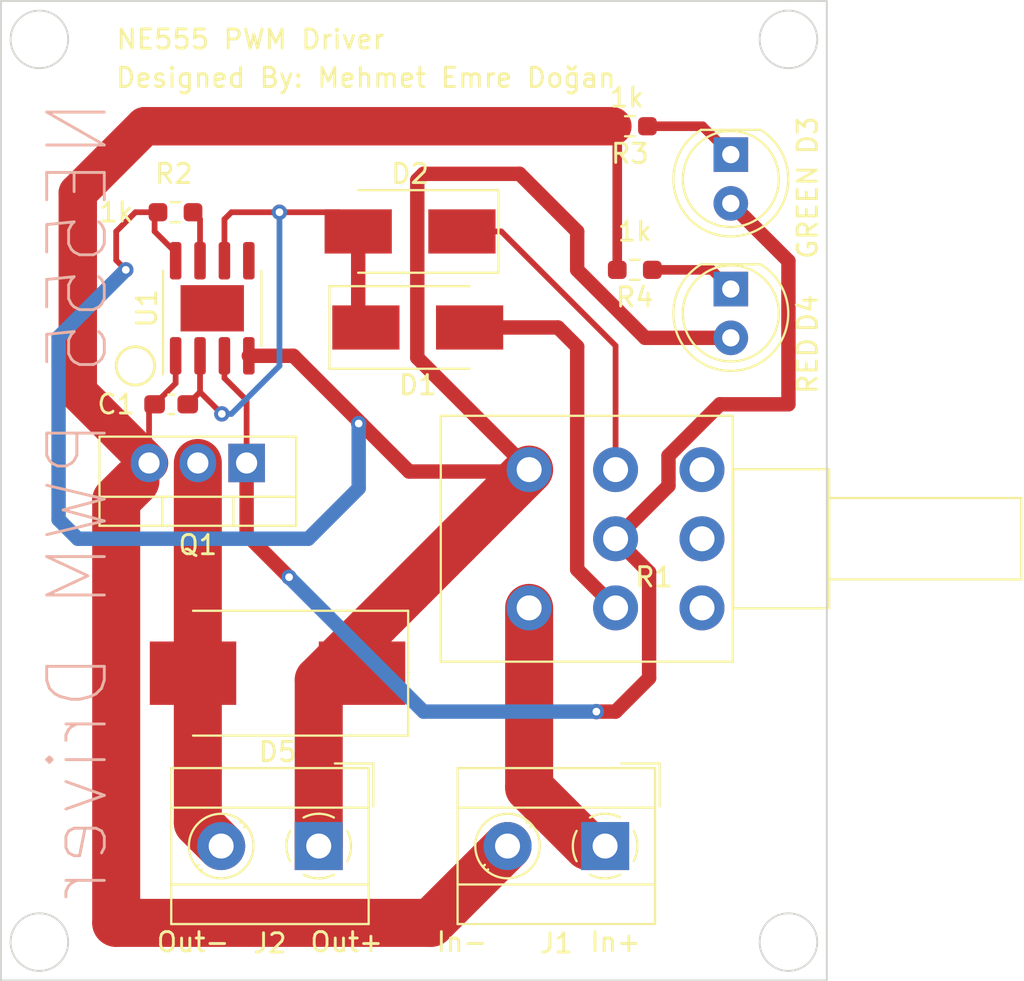
<source format=kicad_pcb>
(kicad_pcb (version 20211014) (generator pcbnew)
  (layers (0 "F.Cu" signal) (31 "B.Cu" signal) (34 "B.Paste" user) (35 "F.Paste" user) (36 "B.SilkS" user "B.Silkscreen") (37 "F.SilkS" user "F.Silkscreen") (38 "B.Mask" user) (39 "F.Mask" user) (44 "Edge.Cuts" user))
  (net 0 "")
  (net 1 "pin_2")
  (net 2 "GND")
  (net 3 "Net-(D1-Pad2)")
  (net 4 "Net-(D2-Pad1)")
  (net 5 "Net-(D3-Pad1)")
  (net 6 "OUT")
  (net 7 "Net-(D4-Pad1)")
  (net 8 "VCC")
  (net 9 "Net-(J1-Pad1)")
  (net 10 "Net-(D5-Pad2)")
  (net 11 "Net-(R2-Pad2)")
  (footprint "TerminalBlock_MetzConnect:TerminalBlock_MetzConnect_Type101_RT01602HBWC_1x02_P5.08mm_Horizontal" (layer "F.Cu") (at 187.455 120 180)
    (fp_text reference "J1" (at 2.54 -5.06) (layer "F.SilkS"))
    (fp_text value "Input")
    (fp_line (start -2.6 2) (end 7.68 2) (layer "F.SilkS") (width 0.12))
    (fp_line (start -2.6 -4.06) (end -2.6 4.06) (layer "F.SilkS") (width 0.12))
    (fp_line (start -2.6 -4.06) (end 7.68 -4.06) (layer "F.SilkS") (width 0.12))
    (fp_line (start 4.07 1.216) (end 4.011 1.274) (layer "F.SilkS") (width 0.12))
    (fp_line (start 7.68 -4.06) (end 7.68 4.06) (layer "F.SilkS") (width 0.12))
    (fp_line (start 6.15 -1.275) (end 6.091 -1.216) (layer "F.SilkS") (width 0.12))
    (fp_line (start -2.6 -2) (end 7.68 -2) (layer "F.SilkS") (width 0.12))
    (fp_line (start 3.9 0.976) (end 3.806 1.069) (layer "F.SilkS") (width 0.12))
    (fp_line (start -2.84 4.3) (end -0.84 4.3) (layer "F.SilkS") (width 0.12))
    (fp_line (start -2.6 4.06) (end 7.68 4.06) (layer "F.SilkS") (width 0.12))
    (fp_line (start 6.355 -1.069) (end 6.261 -0.976) (layer "F.SilkS") (width 0.12))
    (fp_line (start -2.84 2.06) (end -2.84 4.3) (layer "F.SilkS") (width 0.12))
    (fp_arc (start -1.483953 0.789089) (mid -1.680708 0.00005) (end -1.484 -0.789) (layer "F.SilkS") (width 0.12))
    (fp_arc (start 0.029383 1.68045) (mid -0.392304 1.634281) (end -0.789 1.484) (layer "F.SilkS") (width 0.12))
    (fp_arc (start 1.483953 -0.789089) (mid 1.680708 -0.00005) (end 1.484 0.789) (layer "F.SilkS") (width 0.12))
    (fp_arc (start -0.789089 -1.483953) (mid -0.00005 -1.680708) (end 0.789 -1.484) (layer "F.SilkS") (width 0.12))
    (fp_arc (start 0.788712 1.483352) (mid 0.406429 1.630097) (end 0 1.68) (layer "F.SilkS") (width 0.12))
    (fp_circle (center 5.08 0) (end 6.76 0) (layer "F.SilkS") (width 0.12) (fill none))
    (pad "1" thru_hole rect (at 0 0 180) (size 2.5 2.5) (drill 1.3) (layers *.Cu *.Mask) (net 9 "Net-(J1-Pad1)"))
    (pad "2" thru_hole circle (at 5.08 0 180) (size 2.5 2.5) (drill 1.3) (layers *.Cu *.Mask) (net 2 "GND"))
  )
  (footprint "LED_THT:LED_D5.0mm_Clear" (layer "F.Cu") (at 194 91 -90)
    (fp_text reference "D4" (at 1.27 -4 90) (layer "F.SilkS"))
    (fp_text value "RED")
    (fp_line (start -1.29 -1.545) (end -1.29 1.545) (layer "F.SilkS") (width 0.12))
    (fp_arc (start 4.26 -0.000462) (mid 2.072002 2.880433) (end -1.29 1.54483) (layer "F.SilkS") (width 0.12))
    (fp_arc (start -1.29 -1.54483) (mid 2.072002 -2.880433) (end 4.26 0.000462) (layer "F.SilkS") (width 0.12))
    (fp_circle (center 1.27 0) (end 3.77 0) (layer "F.SilkS") (width 0.12) (fill none))
    (pad "1" thru_hole rect (at 0 0 270) (size 1.8 1.8) (drill 0.9) (layers *.Cu *.Mask) (net 7 "Net-(D4-Pad1)"))
    (pad "2" thru_hole circle (at 2.54 0 270) (size 1.8 1.8) (drill 0.9) (layers *.Cu *.Mask) (net 8 "VCC"))
  )
  (footprint "Resistor_SMD:R_0603_1608Metric_Pad0.98x0.95mm_HandSolder" (layer "F.Cu") (at 165.0875 87)
    (fp_text reference "R2" (at -0.0875 -2) (layer "F.SilkS"))
    (fp_text value "1k")
    (fp_line (start -0.254724 0.5225) (end 0.254724 0.5225) (layer "F.SilkS") (width 0.12))
    (fp_line (start -0.254724 -0.5225) (end 0.254724 -0.5225) (layer "F.SilkS") (width 0.12))
    (pad "1" smd roundrect (at -0.9125 0) (size 0.975 0.95) (layers "F.Cu" "F.Paste" "F.Mask") (net 8 "VCC"))
    (pad "2" smd roundrect (at 0.9125 0) (size 0.975 0.95) (layers "F.Cu" "F.Paste" "F.Mask") (net 11 "Net-(R2-Pad2)"))
  )
  (footprint "Resistor_SMD:R_0603_1608Metric_Pad0.98x0.95mm_HandSolder" (layer "F.Cu") (at 189 90 180)
    (fp_text reference "R4" (at 0 -1.43 180) (layer "F.SilkS"))
    (fp_text value "1k")
    (fp_line (start -0.254724 -0.5225) (end 0.254724 -0.5225) (layer "F.SilkS") (width 0.12))
    (fp_line (start -0.254724 0.5225) (end 0.254724 0.5225) (layer "F.SilkS") (width 0.12))
    (pad "1" smd roundrect (at -0.9125 0 180) (size 0.975 0.95) (layers "F.Cu" "F.Paste" "F.Mask") (net 7 "Net-(D4-Pad1)"))
    (pad "2" smd roundrect (at 0.9125 0 180) (size 0.975 0.95) (layers "F.Cu" "F.Paste" "F.Mask") (net 2 "GND"))
  )
  (footprint "LED_THT:LED_D5.0mm_Clear" (layer "F.Cu") (at 194 84 -90)
    (fp_text reference "D3" (at -1 -4 90) (layer "F.SilkS"))
    (fp_text value "GREEN")
    (fp_line (start -1.29 -1.545) (end -1.29 1.545) (layer "F.SilkS") (width 0.12))
    (fp_arc (start 4.26 -0.000462) (mid 2.072002 2.880433) (end -1.29 1.54483) (layer "F.SilkS") (width 0.12))
    (fp_arc (start -1.29 -1.54483) (mid 2.072002 -2.880433) (end 4.26 0.000462) (layer "F.SilkS") (width 0.12))
    (fp_circle (center 1.27 0) (end 3.77 0) (layer "F.SilkS") (width 0.12) (fill none))
    (pad "1" thru_hole rect (at 0 0 270) (size 1.8 1.8) (drill 0.9) (layers *.Cu *.Mask) (net 5 "Net-(D3-Pad1)"))
    (pad "2" thru_hole circle (at 2.54 0 270) (size 1.8 1.8) (drill 0.9) (layers *.Cu *.Mask) (net 6 "OUT"))
  )
  (footprint "Diode_SMD:D_SMB_Handsoldering" (layer "F.Cu") (at 177.7 93)
    (fp_text reference "D1" (at 0 3) (layer "F.SilkS"))
    (fp_text value "1N4007")
    (fp_line (start -4.6 2.15) (end 2.7 2.15) (layer "F.SilkS") (width 0.12))
    (fp_line (start -4.6 -2.15) (end -4.6 2.15) (layer "F.SilkS") (width 0.12))
    (fp_line (start -4.6 -2.15) (end 2.7 -2.15) (layer "F.SilkS") (width 0.12))
    (pad "1" smd rect (at -2.7 0) (size 3.5 2.3) (layers "F.Cu" "F.Paste" "F.Mask") (net 1 "pin_2"))
    (pad "2" smd rect (at 2.7 0) (size 3.5 2.3) (layers "F.Cu" "F.Paste" "F.Mask") (net 3 "Net-(D1-Pad2)"))
  )
  (footprint "Package_SO:SOIC-8-1EP_3.9x4.9mm_P1.27mm_EP2.41x3.3mm" (layer "F.Cu") (at 167 92 90)
    (fp_text reference "U1" (at 0 -3.4 90) (layer "F.SilkS"))
    (fp_text value "NE555P")
    (fp_line (start 0 2.56) (end -1.95 2.56) (layer "F.SilkS") (width 0.12))
    (fp_line (start 0 -2.56) (end -3.45 -2.56) (layer "F.SilkS") (width 0.12))
    (fp_line (start 0 2.56) (end 1.95 2.56) (layer "F.SilkS") (width 0.12))
    (fp_line (start 0 -2.56) (end 1.95 -2.56) (layer "F.SilkS") (width 0.12))
    (pad "1" smd roundrect (at -2.475 -1.905 90) (size 1.95 0.6) (layers "F.Cu" "F.Paste" "F.Mask") (net 2 "GND"))
    (pad "2" smd roundrect (at -2.475 -0.635 90) (size 1.95 0.6) (layers "F.Cu" "F.Paste" "F.Mask") (net 1 "pin_2"))
    (pad "3" smd roundrect (at -2.475 0.635 90) (size 1.95 0.6) (layers "F.Cu" "F.Paste" "F.Mask") (net 6 "OUT"))
    (pad "4" smd roundrect (at -2.475 1.905 90) (size 1.95 0.6) (layers "F.Cu" "F.Paste" "F.Mask") (net 8 "VCC"))
    (pad "5" smd roundrect (at 2.475 1.905 90) (size 1.95 0.6) (layers "F.Cu" "F.Paste" "F.Mask"))
    (pad "6" smd roundrect (at 2.475 0.635 90) (size 1.95 0.6) (layers "F.Cu" "F.Paste" "F.Mask") (net 1 "pin_2"))
    (pad "7" smd roundrect (at 2.475 -0.635 90) (size 1.95 0.6) (layers "F.Cu" "F.Paste" "F.Mask") (net 11 "Net-(R2-Pad2)"))
    (pad "8" smd roundrect (at 2.475 -1.905 90) (size 1.95 0.6) (layers "F.Cu" "F.Paste" "F.Mask") (net 8 "VCC"))
    (pad "9" smd rect (at 0 0 90) (size 2.41 3.3) (layers "F.Cu" "F.Mask"))
  )
  (footprint "Package_TO_SOT_THT:TO-220-3_Vertical" (layer "F.Cu") (at 168.79 100.055 180)
    (fp_text reference "Q1" (at 2.54 -4.27) (layer "F.SilkS"))
    (fp_text value "IRFZ44N")
    (fp_line (start -2.58 -3.27) (end -2.58 1.371) (layer "F.SilkS") (width 0.12))
    (fp_line (start 4.391 -3.27) (end 4.391 -1.76) (layer "F.SilkS") (width 0.12))
    (fp_line (start -2.58 1.371) (end 7.66 1.371) (layer "F.SilkS") (width 0.12))
    (fp_line (start 7.66 -3.27) (end 7.66 1.371) (layer "F.SilkS") (width 0.12))
    (fp_line (start -2.58 -3.27) (end 7.66 -3.27) (layer "F.SilkS") (width 0.12))
    (fp_line (start -2.58 -1.76) (end 7.66 -1.76) (layer "F.SilkS") (width 0.12))
    (fp_line (start 0.69 -3.27) (end 0.69 -1.76) (layer "F.SilkS") (width 0.12))
    (pad "1" thru_hole rect (at 0 0 180) (size 1.905 2) (drill 1.1) (layers *.Cu *.Mask) (net 6 "OUT"))
    (pad "2" thru_hole oval (at 2.54 0 180) (size 1.905 2) (drill 1.1) (layers *.Cu *.Mask) (net 10 "Net-(D5-Pad2)"))
    (pad "3" thru_hole oval (at 5.08 0 180) (size 1.905 2) (drill 1.1) (layers *.Cu *.Mask) (net 2 "GND"))
  )
  (footprint "Diode_SMD:D_SMC_Handsoldering" (layer "F.Cu") (at 170.4 111 180)
    (fp_text reference "D5" (at 0 -4.1) (layer "F.SilkS"))
    (fp_text value "D")
    (fp_line (start -6.8 3.25) (end -6.8 -3.25) (layer "F.SilkS") (width 0.12))
    (fp_line (start -6.8 3.25) (end 4.4 3.25) (layer "F.SilkS") (width 0.12))
    (fp_line (start -6.8 -3.25) (end 4.4 -3.25) (layer "F.SilkS") (width 0.12))
    (pad "1" smd rect (at -4.4 0 270) (size 3.3 4.5) (layers "F.Cu" "F.Paste" "F.Mask") (net 8 "VCC"))
    (pad "2" smd rect (at 4.4 0 270) (size 3.3 4.5) (layers "F.Cu" "F.Paste" "F.Mask") (net 10 "Net-(D5-Pad2)"))
  )
  (footprint "stereo_pot_with_switch:stereo_pot_with_switch" (layer "F.Cu") (at 186.5 104)
    (fp_text reference "R1" (at 3.5 2 unlocked) (layer "F.SilkS"))
    (fp_text value "switched_stereo_pot (50k)")
    (fp_line (start 7.621 -3.62) (end 12.621 -3.62) (layer "F.SilkS") (width 0.12))
    (fp_line (start 12.621 -3.62) (end 12.621 3.62) (layer "F.SilkS") (width 0.12))
    (fp_line (start -7.6 -6.4) (end -7.6 6.4) (layer "F.SilkS") (width 0.12))
    (fp_line (start 7.6 -6.4) (end 7.6 6.4) (layer "F.SilkS") (width 0.12))
    (fp_line (start -7.6 -6.4) (end 7.6 -6.4) (layer "F.SilkS") (width 0.12))
    (fp_line (start 12.621 -2.12) (end 22.62 -2.12) (layer "F.SilkS") (width 0.12))
    (fp_line (start 12.621 2.12) (end 22.62 2.12) (layer "F.SilkS") (width 0.12))
    (fp_line (start 12.621 -2.12) (end 12.621 2.12) (layer "F.SilkS") (width 0.12))
    (fp_line (start 7.621 -3.62) (end 7.621 3.62) (layer "F.SilkS") (width 0.12))
    (fp_line (start 22.62 -2.12) (end 22.62 2.12) (layer "F.SilkS") (width 0.12))
    (fp_line (start -7.6 6.4) (end 7.6 6.4) (layer "F.SilkS") (width 0.12))
    (fp_line (start 7.621 3.62) (end 12.621 3.62) (layer "F.SilkS") (width 0.12))
    (pad "1" thru_hole circle (at 6 3.6) (size 2.34 2.34) (drill 1.3) (layers *.Cu *.Mask))
    (pad "2" thru_hole circle (at 6 0) (size 2.34 2.34) (drill 1.3) (layers *.Cu *.Mask))
    (pad "3" thru_hole circle (at 6 -3.6) (size 2.34 2.34) (drill 1.3) (layers *.Cu *.Mask))
    (pad "4" thru_hole circle (at 1.5 3.6) (size 2.34 2.34) (drill 1.3) (layers *.Cu *.Mask) (net 3 "Net-(D1-Pad2)"))
    (pad "5" thru_hole circle (at 1.5 0) (size 2.34 2.34) (drill 1.3) (layers *.Cu *.Mask) (net 6 "OUT"))
    (pad "6" thru_hole circle (at 1.5 -3.6) (size 2.34 2.34) (drill 1.3) (layers *.Cu *.Mask) (net 4 "Net-(D2-Pad1)"))
    (pad "7" thru_hole circle (at -3 3.6) (size 2.34 2.34) (drill 1.3) (layers *.Cu *.Mask) (net 9 "Net-(J1-Pad1)"))
    (pad "8" thru_hole circle (at -3 -3.6) (size 2.34 2.34) (drill 1.3) (layers *.Cu *.Mask) (net 8 "VCC"))
  )
  (footprint "Capacitor_SMD:C_0603_1608Metric_Pad1.08x0.95mm_HandSolder" (layer "F.Cu") (at 164.8625 97 180)
    (fp_text reference "C1" (at 2.8625 0) (layer "F.SilkS"))
    (fp_text value "100nF")
    (fp_line (start -0.146267 0.51) (end 0.146267 0.51) (layer "F.SilkS") (width 0.12))
    (fp_line (start -0.146267 -0.51) (end 0.146267 -0.51) (layer "F.SilkS") (width 0.12))
    (pad "1" smd roundrect (at -0.8625 0 180) (size 1.075 0.95) (layers "F.Cu" "F.Paste" "F.Mask") (net 1 "pin_2"))
    (pad "2" smd roundrect (at 0.8625 0 180) (size 1.075 0.95) (layers "F.Cu" "F.Paste" "F.Mask") (net 2 "GND"))
  )
  (footprint "TerminalBlock_MetzConnect:TerminalBlock_MetzConnect_Type101_RT01602HBWC_1x02_P5.08mm_Horizontal" (layer "F.Cu") (at 172.545 120 180)
    (fp_text reference "J2" (at 2.54 -5.06) (layer "F.SilkS"))
    (fp_text value "Output")
    (fp_line (start 7.68 -4.06) (end 7.68 4.06) (layer "F.SilkS") (width 0.12))
    (fp_line (start -2.6 -4.06) (end 7.68 -4.06) (layer "F.SilkS") (width 0.12))
    (fp_line (start -2.6 2) (end 7.68 2) (layer "F.SilkS") (width 0.12))
    (fp_line (start -2.6 -2) (end 7.68 -2) (layer "F.SilkS") (width 0.12))
    (fp_line (start 6.355 -1.069) (end 6.261 -0.976) (layer "F.SilkS") (width 0.12))
    (fp_line (start 3.9 0.976) (end 3.806 1.069) (layer "F.SilkS") (width 0.12))
    (fp_line (start 4.07 1.216) (end 4.011 1.274) (layer "F.SilkS") (width 0.12))
    (fp_line (start -2.84 2.06) (end -2.84 4.3) (layer "F.SilkS") (width 0.12))
    (fp_line (start -2.6 -4.06) (end -2.6 4.06) (layer "F.SilkS") (width 0.12))
    (fp_line (start 6.15 -1.275) (end 6.091 -1.216) (layer "F.SilkS") (width 0.12))
    (fp_line (start -2.84 4.3) (end -0.84 4.3) (layer "F.SilkS") (width 0.12))
    (fp_line (start -2.6 4.06) (end 7.68 4.06) (layer "F.SilkS") (width 0.12))
    (fp_arc (start 0.029383 1.68045) (mid -0.392304 1.634281) (end -0.789 1.484) (layer "F.SilkS") (width 0.12))
    (fp_arc (start 1.483953 -0.789089) (mid 1.680708 -0.00005) (end 1.484 0.789) (layer "F.SilkS") (width 0.12))
    (fp_arc (start 0.788712 1.483352) (mid 0.406429 1.630097) (end 0 1.68) (layer "F.SilkS") (width 0.12))
    (fp_arc (start -1.483953 0.789089) (mid -1.680708 0.00005) (end -1.484 -0.789) (layer "F.SilkS") (width 0.12))
    (fp_arc (start -0.789089 -1.483953) (mid -0.00005 -1.680708) (end 0.789 -1.484) (layer "F.SilkS") (width 0.12))
    (fp_circle (center 5.08 0) (end 6.76 0) (layer "F.SilkS") (width 0.12) (fill none))
    (pad "1" thru_hole rect (at 0 0 180) (size 2.5 2.5) (drill 1.3) (layers *.Cu *.Mask) (net 8 "VCC"))
    (pad "2" thru_hole circle (at 5.08 0 180) (size 2.5 2.5) (drill 1.3) (layers *.Cu *.Mask) (net 10 "Net-(D5-Pad2)"))
  )
  (footprint "Diode_SMD:D_SMB_Handsoldering" (layer "F.Cu") (at 177.3 88 180)
    (fp_text reference "D2" (at 0 3 180) (layer "F.SilkS"))
    (fp_text value "1N4007")
    (fp_line (start -4.6 -2.15) (end -4.6 2.15) (layer "F.SilkS") (width 0.12))
    (fp_line (start -4.6 -2.15) (end 2.7 -2.15) (layer "F.SilkS") (width 0.12))
    (fp_line (start -4.6 2.15) (end 2.7 2.15) (layer "F.SilkS") (width 0.12))
    (pad "1" smd rect (at -2.7 0 180) (size 3.5 2.3) (layers "F.Cu" "F.Paste" "F.Mask") (net 4 "Net-(D2-Pad1)"))
    (pad "2" smd rect (at 2.7 0 180) (size 3.5 2.3) (layers "F.Cu" "F.Paste" "F.Mask") (net 1 "pin_2"))
  )
  (footprint "Resistor_SMD:R_0603_1608Metric_Pad0.98x0.95mm_HandSolder" (layer "F.Cu") (at 188.745276 82.5225 180)
    (fp_text reference "R3" (at 0 -1.43 180) (layer "F.SilkS"))
    (fp_text value "1k")
    (fp_line (start -0.254724 0.5225) (end 0.254724 0.5225) (layer "F.SilkS") (width 0.12))
    (fp_line (start -0.254724 -0.5225) (end 0.254724 -0.5225) (layer "F.SilkS") (width 0.12))
    (pad "1" smd roundrect (at -0.9125 0 180) (size 0.975 0.95) (layers "F.Cu" "F.Paste" "F.Mask") (net 5 "Net-(D3-Pad1)"))
    (pad "2" smd roundrect (at 0.9125 0 180) (size 0.975 0.95) (layers "F.Cu" "F.Paste" "F.Mask") (net 2 "GND"))
  )
  (gr_circle (center 163 95) (end 163 94) (layer "F.SilkS") (width 0.15) (fill none))
  (gr_rect (start 156 76) (end 199 127) (layer "Edge.Cuts") (width 0.1) (fill none))
  (gr_circle (center 197 125) (end 198.5 125) (layer "Edge.Cuts") (width 0.1) (fill none))
  (gr_circle (center 197 78) (end 198.5 78) (layer "Edge.Cuts") (width 0.1) (fill none))
  (gr_circle (center 158 125) (end 159.5 125) (layer "Edge.Cuts") (width 0.1) (fill none))
  (gr_circle (center 158 78) (end 159.5 78) (layer "Edge.Cuts") (width 0.1) (fill none))
  (gr_text "NE555 PWM Driver" (at 160 102 90) (layer "B.SilkS") (effects (font (size 3 3)) (justify mirror)))
  (gr_text "1k\n" (at 188.585276 81.0225) (layer "F.SilkS") (effects (font (size 1 1))))
  (gr_text "NE555 PWM Driver" (at 169 78) (layer "F.SilkS") (effects (font (size 1 1))))
  (gr_text "Out+\n" (at 174 125) (layer "F.SilkS") (effects (font (size 1 1))))
  (gr_text "In-\n" (at 180 125) (layer "F.SilkS") (effects (font (size 1 1))))
  (gr_text "1k\n" (at 162 87) (layer "F.SilkS") (effects (font (size 1 1))))
  (gr_text "GREEN\n" (at 198 87 90) (layer "F.SilkS") (effects (font (size 1 1))))
  (gr_text "Designed By: Mehmet Emre Doğan\n" (at 175 80) (layer "F.SilkS") (effects (font (size 1 1))))
  (gr_text "Out-\n" (at 166 125) (layer "F.SilkS") (effects (font (size 1 1))))
  (gr_text "RED\n" (at 198 95 90) (layer "F.SilkS") (effects (font (size 1 1))))
  (gr_text "In+\n" (at 188 125) (layer "F.SilkS") (effects (font (size 1 1))))
  (gr_text "1k\n" (at 189 88) (layer "F.SilkS") (effects (font (size 1 1))))
  (segment (start 174.6 88) (end 174.6 92.6) (width 0.75) (layer "F.Cu") (net 1))
  (segment (start 167.635 89.525) (end 167.635 87.365) (width 0.3) (layer "F.Cu") (net 1))
  (segment (start 166.365 94.475) (end 166.365 96.36) (width 0.3) (layer "F.Cu") (net 1))
  (segment (start 166.365 96.36) (end 165.725 97) (width 0.3) (layer "F.Cu") (net 1))
  (segment (start 166.365 96.36) (end 166.365 96.365) (width 0.3) (layer "F.Cu") (net 1))
  (segment (start 174.6 92.6) (end 175 93) (width 0.75) (layer "F.Cu") (net 1))
  (segment (start 173.6 87) (end 174.6 88) (width 0.3) (layer "F.Cu") (net 1))
  (segment (start 168 87) (end 170.5 87) (width 0.3) (layer "F.Cu") (net 1))
  (segment (start 170.5 87) (end 173.6 87) (width 0.3) (layer "F.Cu") (net 1))
  (segment (start 166.365 96.365) (end 167.5 97.5) (width 0.3) (layer "F.Cu") (net 1))
  (segment (start 167.635 87.365) (end 168 87) (width 0.3) (layer "F.Cu") (net 1))
  (via (at 167.5 97.5) (size 0.8) (drill 0.4) (layers "F.Cu" "B.Cu") (net 1))
  (via (at 170.5 87) (size 0.8) (drill 0.4) (layers "F.Cu" "B.Cu") (net 1))
  (segment (start 168 97.5) (end 167.5 97.5) (width 0.3) (layer "B.Cu") (net 1))
  (segment (start 170.5 95) (end 168 97.5) (width 0.3) (layer "B.Cu") (net 1))
  (segment (start 170.5 87) (end 170.5 95) (width 0.3) (layer "B.Cu") (net 1))
  (segment (start 164 97) (end 163.71 97.29) (width 0.3) (layer "F.Cu") (net 2))
  (segment (start 163.4775 82.5225) (end 160 86) (width 2) (layer "F.Cu") (net 2))
  (segment (start 163.71 97.29) (end 163.71 100.055) (width 0.3) (layer "F.Cu") (net 2))
  (segment (start 182.375 120) (end 178.375 124) (width 2.5) (layer "F.Cu") (net 2))
  (segment (start 165.095 94.475) (end 165.095 95.905) (width 0.3) (layer "F.Cu") (net 2))
  (segment (start 188.0875 83.0875) (end 188 83) (width 0.5) (layer "F.Cu") (net 2))
  (segment (start 187.832776 82.5225) (end 163.4775 82.5225) (width 2) (layer "F.Cu") (net 2))
  (segment (start 160 96.345) (end 163.71 100.055) (width 2) (layer "F.Cu") (net 2))
  (segment (start 165.095 95.905) (end 164 97) (width 0.3) (layer "F.Cu") (net 2))
  (segment (start 162 124) (end 162 102) (width 2.5) (layer "F.Cu") (net 2))
  (segment (start 178.375 124) (end 162 124) (width 2.5) (layer "F.Cu") (net 2))
  (segment (start 188.0875 90) (end 188.0875 83.0875) (width 0.5) (layer "F.Cu") (net 2))
  (segment (start 160 86) (end 160 96.345) (width 2) (layer "F.Cu") (net 2))
  (segment (start 162 102) (end 163 101) (width 2.5) (layer "F.Cu") (net 2))
  (segment (start 186 94) (end 185 93) (width 0.75) (layer "F.Cu") (net 3))
  (segment (start 186 105.6) (end 186 94) (width 0.75) (layer "F.Cu") (net 3))
  (segment (start 188 107.6) (end 186 105.6) (width 0.75) (layer "F.Cu") (net 3))
  (segment (start 185 93) (end 180.4 93) (width 0.75) (layer "F.Cu") (net 3))
  (segment (start 182.05 88) (end 180 88) (width 0.3) (layer "F.Cu") (net 4))
  (segment (start 188 93.95) (end 182.05 88) (width 0.3) (layer "F.Cu") (net 4))
  (segment (start 188 100.4) (end 188 93.95) (width 0.3) (layer "F.Cu") (net 4))
  (segment (start 189.657776 82.5225) (end 192.5225 82.5225) (width 0.5) (layer "F.Cu") (net 5))
  (segment (start 192.5225 82.5225) (end 194 84) (width 0.5) (layer "F.Cu") (net 5))
  (segment (start 193.432888 97) (end 197 97) (width 0.75) (layer "F.Cu") (net 6))
  (segment (start 167.635 94.475) (end 167.635 95.635) (width 0.3) (layer "F.Cu") (net 6))
  (segment (start 188 113) (end 187 113) (width 0.75) (layer "F.Cu") (net 6))
  (segment (start 188 104) (end 190.755489 101.244511) (width 0.75) (layer "F.Cu") (net 6))
  (segment (start 167.635 95.635) (end 168.79 96.79) (width 0.3) (layer "F.Cu") (net 6))
  (segment (start 197 97) (end 197 89.54) (width 0.75) (layer "F.Cu") (net 6))
  (segment (start 190.755489 101.244511) (end 190.755489 99.677399) (width 0.75) (layer "F.Cu") (net 6))
  (segment (start 189.744511 105.744511) (end 189.744511 111.255489) (width 0.75) (layer "F.Cu") (net 6))
  (segment (start 171 106) (end 168.79 103.79) (width 0.75) (layer "F.Cu") (net 6))
  (segment (start 168.79 96.79) (end 168.79 100.055) (width 0.3) (layer "F.Cu") (net 6))
  (segment (start 197 89.54) (end 194 86.54) (width 0.75) (layer "F.Cu") (net 6))
  (segment (start 188 104) (end 189.744511 105.744511) (width 0.75) (layer "F.Cu") (net 6))
  (segment (start 189.744511 111.255489) (end 188 113) (width 0.75) (layer "F.Cu") (net 6))
  (segment (start 168.79 103.79) (end 168.79 100.055) (width 0.75) (layer "F.Cu") (net 6))
  (segment (start 190.755489 99.677399) (end 193.432888 97) (width 0.75) (layer "F.Cu") (net 6))
  (via (at 171 106) (size 0.8) (drill 0.4) (layers "F.Cu" "B.Cu") (net 6))
  (via (at 187 113) (size 0.8) (drill 0.4) (layers "F.Cu" "B.Cu") (net 6))
  (segment (start 187 113) (end 178 113) (width 0.75) (layer "B.Cu") (net 6))
  (segment (start 178 113) (end 171 106) (width 0.75) (layer "B.Cu") (net 6))
  (segment (start 193 90) (end 194 91) (width 0.5) (layer "F.Cu") (net 7))
  (segment (start 189.9125 90) (end 193 90) (width 0.5) (layer "F.Cu") (net 7))
  (segment (start 178 85) (end 183 85) (width 0.75) (layer "F.Cu") (net 8))
  (segment (start 174.75 98) (end 177.25 100.5) (width 0.75) (layer "F.Cu") (net 8))
  (segment (start 189.54 93.54) (end 194 93.54) (width 0.75) (layer "F.Cu") (net 8))
  (segment (start 164 87.175) (end 164.175 87) (width 0.3) (layer "F.Cu") (net 8))
  (segment (start 177.675489 85.324511) (end 178 85) (width 0.75) (layer "F.Cu") (net 8))
  (segment (start 186 90) (end 189.54 93.54) (width 0.75) (layer "F.Cu") (net 8))
  (segment (start 162.5 90) (end 162 89.5) (width 0.3) (layer "F.Cu") (net 8))
  (segment (start 174.625 98) (end 174.75 98) (width 0.75) (layer "F.Cu") (net 8))
  (segment (start 165.095 89.095) (end 164 88) (width 0.3) (layer "F.Cu") (net 8))
  (segment (start 183.5 100.4) (end 177.675489 94.575489) (width 0.75) (layer "F.Cu") (net 8))
  (segment (start 163 87) (end 164.175 87) (width 0.3) (layer "F.Cu") (net 8))
  (segment (start 183 85) (end 186 88) (width 0.75) (layer "F.Cu") (net 8))
  (segment (start 164 88) (end 164 87.175) (width 0.3) (layer "F.Cu") (net 8))
  (segment (start 186 88) (end 186 90) (width 0.75) (layer "F.Cu") (net 8))
  (segment (start 164.175 87) (end 163.94003 87) (width 0.3) (layer "F.Cu") (net 8))
  (segment (start 162 88) (end 163 87) (width 0.3) (layer "F.Cu") (net 8))
  (segment (start 183.4 100.5) (end 183.5 100.4) (width 0.75) (layer "F.Cu") (net 8))
  (segment (start 177.675489 94.575489) (end 177.675489 85.324511) (width 0.75) (layer "F.Cu") (net 8))
  (segment (start 172.545 111.355) (end 172.545 120) (width 2.5) (layer "F.Cu") (net 8))
  (segment (start 165.095 89.525) (end 165.095 89.095) (width 0.3) (layer "F.Cu") (net 8))
  (segment (start 174.625 97.875) (end 171.225 94.475) (width 0.75) (layer "F.Cu") (net 8))
  (segment (start 174.625 98) (end 174.625 97.875) (width 0.75) (layer "F.Cu") (net 8))
  (segment (start 183.5 100.4) (end 172.545 111.355) (width 2.5) (layer "F.Cu") (net 8))
  (segment (start 171.225 94.475) (end 168.905 94.475) (width 0.75) (layer "F.Cu") (net 8))
  (segment (start 177.25 100.5) (end 183.4 100.5) (width 0.75) (layer "F.Cu") (net 8))
  (segment (start 162 89.5) (end 162 88) (width 0.3) (layer "F.Cu") (net 8))
  (via (at 174.625 98) (size 0.8) (drill 0.4) (layers "F.Cu" "B.Cu") (net 8))
  (via (at 162.5 90) (size 0.8) (drill 0.4) (layers "F.Cu" "B.Cu") (net 8))
  (segment (start 172 104) (end 160 104) (width 0.75) (layer "B.Cu") (net 8))
  (segment (start 160 104) (end 159 103) (width 0.75) (layer "B.Cu") (net 8))
  (segment (start 174.625 101.375) (end 172 104) (width 0.75) (layer "B.Cu") (net 8))
  (segment (start 159 93.5) (end 162.5 90) (width 0.75) (layer "B.Cu") (net 8))
  (segment (start 159 103) (end 159 93.5) (width 0.75) (layer "B.Cu") (net 8))
  (segment (start 174.625 98) (end 174.625 101.375) (width 0.75) (layer "B.Cu") (net 8))
  (segment (start 183.5 116.955) (end 186.545 120) (width 2.5) (layer "F.Cu") (net 9))
  (segment (start 183.5 107.6) (end 183.5 116.955) (width 2.5) (layer "F.Cu") (net 9))
  (segment (start 166.25 100.055) (end 166.25 118.785) (width 2.5) (layer "F.Cu") (net 10))
  (segment (start 166.25 118.785) (end 167.465 120) (width 2.5) (layer "F.Cu") (net 10))
  (segment (start 166.365 87.365) (end 166 87) (width 0.3) (layer "F.Cu") (net 11))
  (segment (start 166.365 89.525) (end 166.365 87.365) (width 0.3) (layer "F.Cu") (net 11))
)
</source>
